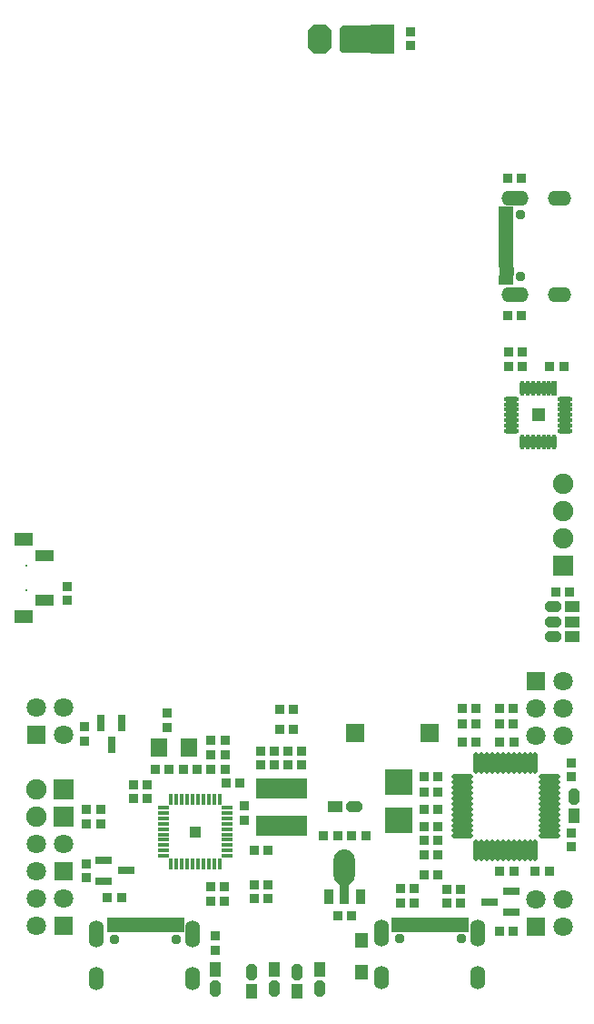
<source format=gts>
G04*
G04 #@! TF.GenerationSoftware,Altium Limited,Altium Designer,19.0.10 (269)*
G04*
G04 Layer_Color=8388736*
%FSLAX25Y25*%
%MOIN*%
G70*
G01*
G75*
%ADD58R,0.03162X0.05918*%
%ADD59R,0.03800X0.03800*%
%ADD60R,0.03800X0.03800*%
%ADD61R,0.06300X0.07000*%
%ADD62R,0.18517X0.07690*%
%ADD63R,0.05800X0.04300*%
G04:AMPARAMS|DCode=64|XSize=58mil|YSize=43mil|CornerRadius=0mil|HoleSize=0mil|Usage=FLASHONLY|Rotation=180.000|XOffset=0mil|YOffset=0mil|HoleType=Round|Shape=Octagon|*
%AMOCTAGOND64*
4,1,8,-0.02900,0.01075,-0.02900,-0.01075,-0.01825,-0.02150,0.01825,-0.02150,0.02900,-0.01075,0.02900,0.01075,0.01825,0.02150,-0.01825,0.02150,-0.02900,0.01075,0.0*
%
%ADD64OCTAGOND64*%

%ADD65R,0.06706X0.06706*%
%ADD66R,0.06706X0.06706*%
G04:AMPARAMS|DCode=67|XSize=58mil|YSize=43mil|CornerRadius=0mil|HoleSize=0mil|Usage=FLASHONLY|Rotation=270.000|XOffset=0mil|YOffset=0mil|HoleType=Round|Shape=Octagon|*
%AMOCTAGOND67*
4,1,8,-0.01075,-0.02900,0.01075,-0.02900,0.02150,-0.01825,0.02150,0.01825,0.01075,0.02900,-0.01075,0.02900,-0.02150,0.01825,-0.02150,-0.01825,-0.01075,-0.02900,0.0*
%
%ADD67OCTAGOND67*%

%ADD68R,0.04300X0.05800*%
%ADD69O,0.07887X0.01981*%
%ADD70O,0.01981X0.07887*%
%ADD71R,0.06706X0.05131*%
%ADD72R,0.06706X0.03950*%
%ADD73R,0.08800X0.10800*%
G04:AMPARAMS|DCode=74|XSize=88mil|YSize=108mil|CornerRadius=0mil|HoleSize=0mil|Usage=FLASHONLY|Rotation=180.000|XOffset=0mil|YOffset=0mil|HoleType=Round|Shape=Octagon|*
%AMOCTAGOND74*
4,1,8,0.02200,-0.05400,-0.02200,-0.05400,-0.04400,-0.03200,-0.04400,0.03200,-0.02200,0.05400,0.02200,0.05400,0.04400,0.03200,0.04400,-0.03200,0.02200,-0.05400,0.0*
%
%ADD74OCTAGOND74*%

%ADD75R,0.04337X0.04337*%
%ADD76O,0.04337X0.01581*%
%ADD77O,0.01581X0.04337*%
%ADD78R,0.01581X0.04337*%
%ADD79R,0.05918X0.03162*%
%ADD80R,0.10249X0.09461*%
%ADD81R,0.01981X0.05328*%
%ADD82R,0.01981X0.05328*%
%ADD83R,0.01980X0.05320*%
%ADD84R,0.01980X0.05320*%
%ADD85R,0.04737X0.04737*%
%ADD86R,0.01902X0.05524*%
%ADD87O,0.01902X0.05524*%
%ADD88O,0.05524X0.01902*%
%ADD89R,0.04737X0.05721*%
%ADD90R,0.05328X0.01981*%
%ADD91R,0.05328X0.01981*%
%ADD92R,0.05320X0.01980*%
%ADD93R,0.05320X0.01980*%
%ADD94O,0.07887X0.13300*%
%ADD95R,0.03400X0.05524*%
%ADD96R,0.03400X0.09068*%
%ADD97C,0.07099*%
%ADD98R,0.07099X0.07099*%
%ADD99C,0.07493*%
%ADD100R,0.07493X0.07493*%
%ADD101R,0.07493X0.07493*%
%ADD102C,0.00800*%
%ADD103R,0.07099X0.07099*%
%ADD104C,0.03753*%
%ADD105O,0.05524X0.08674*%
%ADD106O,0.05524X0.09855*%
%ADD107O,0.08674X0.05524*%
%ADD108O,0.09855X0.05524*%
G36*
X322025Y474275D02*
X322031Y464604D01*
X321678Y464250D01*
X303275Y464250D01*
X302550Y464975D01*
X302550Y473275D01*
X303550Y474275D01*
X322025Y474275D01*
D02*
G37*
D58*
X218583Y210354D02*
D03*
X214843Y218622D02*
D03*
X222323D02*
D03*
D59*
X328504Y466691D02*
D03*
Y471809D02*
D03*
X231869Y190669D02*
D03*
Y195787D02*
D03*
X226744Y190669D02*
D03*
Y195787D02*
D03*
X256750Y135213D02*
D03*
Y140331D02*
D03*
X238976Y216969D02*
D03*
Y222087D02*
D03*
X202375Y263357D02*
D03*
Y268475D02*
D03*
X387491Y198702D02*
D03*
Y203820D02*
D03*
X267250Y188074D02*
D03*
Y182955D02*
D03*
X273269Y208197D02*
D03*
Y203079D02*
D03*
X288519Y208197D02*
D03*
Y203079D02*
D03*
X278335Y203080D02*
D03*
Y208198D02*
D03*
X283393Y203082D02*
D03*
Y208200D02*
D03*
X387491Y178267D02*
D03*
Y173149D02*
D03*
X208662Y217047D02*
D03*
Y211929D02*
D03*
X209375Y166934D02*
D03*
Y161816D02*
D03*
D60*
X234724Y201625D02*
D03*
X239843D02*
D03*
X333291Y175463D02*
D03*
X338409D02*
D03*
X386809Y266625D02*
D03*
X381691D02*
D03*
X250059Y201625D02*
D03*
X244941D02*
D03*
X361210Y164250D02*
D03*
X366328D02*
D03*
X260316Y212000D02*
D03*
X255198D02*
D03*
X260316Y206813D02*
D03*
X255198D02*
D03*
X260316Y201625D02*
D03*
X255198D02*
D03*
X260039Y153307D02*
D03*
X254921D02*
D03*
X260039Y158425D02*
D03*
X254921D02*
D03*
X265809Y196500D02*
D03*
X260691D02*
D03*
X338408Y170250D02*
D03*
X333290D02*
D03*
X374202Y164249D02*
D03*
X379320D02*
D03*
X338408Y198702D02*
D03*
X333290D02*
D03*
X352548Y211500D02*
D03*
X347430D02*
D03*
X360923Y142250D02*
D03*
X366041D02*
D03*
X338407Y193177D02*
D03*
X333289D02*
D03*
X338407Y186718D02*
D03*
X333289D02*
D03*
X366266Y211501D02*
D03*
X361148D02*
D03*
X338408Y180587D02*
D03*
X333290D02*
D03*
X270941Y159213D02*
D03*
X276059D02*
D03*
X270941Y154125D02*
D03*
X276059D02*
D03*
X270941Y171865D02*
D03*
X276059D02*
D03*
X209514Y181625D02*
D03*
X214633D02*
D03*
Y186750D02*
D03*
X209514D02*
D03*
X280343Y223375D02*
D03*
X285461D02*
D03*
X280370Y216125D02*
D03*
X285488D02*
D03*
X366184Y218250D02*
D03*
X361066D02*
D03*
X366184Y223991D02*
D03*
X361066D02*
D03*
X352548Y223875D02*
D03*
X347430D02*
D03*
X352548Y218249D02*
D03*
X347430D02*
D03*
X346781Y152549D02*
D03*
X341663D02*
D03*
X333290Y162750D02*
D03*
X338408D02*
D03*
X384618Y349250D02*
D03*
X379500D02*
D03*
X346781Y157637D02*
D03*
X341663D02*
D03*
X329852Y152549D02*
D03*
X324734D02*
D03*
X324735Y157675D02*
D03*
X329853D02*
D03*
X222309Y154500D02*
D03*
X217191D02*
D03*
X364257Y354391D02*
D03*
X369375D02*
D03*
X364257Y349250D02*
D03*
X369375D02*
D03*
X369059Y418250D02*
D03*
X363941D02*
D03*
X296492Y177262D02*
D03*
X301611D02*
D03*
X306802Y177262D02*
D03*
X311920D02*
D03*
X306705Y147925D02*
D03*
X301587D02*
D03*
X363957Y367750D02*
D03*
X369075D02*
D03*
D61*
X247176Y209464D02*
D03*
X235955D02*
D03*
D62*
X280902Y194655D02*
D03*
Y180875D02*
D03*
D63*
X387750Y255625D02*
D03*
Y250000D02*
D03*
Y261250D02*
D03*
X300750Y187791D02*
D03*
D64*
X380750Y255625D02*
D03*
Y250000D02*
D03*
Y261250D02*
D03*
X307751Y187791D02*
D03*
D65*
X308125Y214676D02*
D03*
D66*
X335500D02*
D03*
D67*
X256776Y121212D02*
D03*
X270125Y127000D02*
D03*
X388224Y191500D02*
D03*
X278384Y121000D02*
D03*
X286642Y127000D02*
D03*
X294901Y121000D02*
D03*
D68*
X256776Y128212D02*
D03*
X270125Y120000D02*
D03*
X388224Y184501D02*
D03*
X278384Y128000D02*
D03*
X286642Y120000D02*
D03*
X294901Y128000D02*
D03*
D69*
X347430Y198702D02*
D03*
Y196733D02*
D03*
Y194765D02*
D03*
Y192796D02*
D03*
Y190828D02*
D03*
Y188859D02*
D03*
Y186891D02*
D03*
Y184922D02*
D03*
Y182954D02*
D03*
Y180985D02*
D03*
Y179017D02*
D03*
Y177048D02*
D03*
X379320D02*
D03*
Y179017D02*
D03*
Y180985D02*
D03*
Y182954D02*
D03*
Y184922D02*
D03*
Y186891D02*
D03*
Y188859D02*
D03*
Y190828D02*
D03*
Y192796D02*
D03*
Y194765D02*
D03*
Y196733D02*
D03*
Y198702D02*
D03*
D70*
X352548Y171930D02*
D03*
X354517D02*
D03*
X356485D02*
D03*
X358454D02*
D03*
X360422D02*
D03*
X362391D02*
D03*
X364359D02*
D03*
X366328D02*
D03*
X368296D02*
D03*
X370265D02*
D03*
X372233D02*
D03*
X374202D02*
D03*
Y203820D02*
D03*
X372233D02*
D03*
X370265D02*
D03*
X368296D02*
D03*
X366328D02*
D03*
X364359D02*
D03*
X362391D02*
D03*
X360422D02*
D03*
X358454D02*
D03*
X356485D02*
D03*
X354517D02*
D03*
X352548D02*
D03*
D71*
X186266Y285700D02*
D03*
Y257550D02*
D03*
D72*
X194140Y279893D02*
D03*
Y263357D02*
D03*
D73*
X318042Y469250D02*
D03*
D74*
X295208D02*
D03*
D75*
X249375Y178625D02*
D03*
D76*
X237564Y169767D02*
D03*
Y171735D02*
D03*
Y173704D02*
D03*
Y175672D02*
D03*
Y177641D02*
D03*
Y179609D02*
D03*
Y181578D02*
D03*
Y183546D02*
D03*
Y185515D02*
D03*
Y187483D02*
D03*
X261186D02*
D03*
Y185515D02*
D03*
Y183546D02*
D03*
Y181578D02*
D03*
Y179609D02*
D03*
Y177641D02*
D03*
Y175672D02*
D03*
Y173704D02*
D03*
Y171735D02*
D03*
Y169767D02*
D03*
D77*
X240517Y190536D02*
D03*
X242485D02*
D03*
X244454D02*
D03*
X246422D02*
D03*
X248391D02*
D03*
X250359D02*
D03*
X252328D02*
D03*
X254296D02*
D03*
X256265D02*
D03*
X258233D02*
D03*
Y166814D02*
D03*
X256265D02*
D03*
X254296D02*
D03*
X252328D02*
D03*
X250359D02*
D03*
X248391D02*
D03*
X246422D02*
D03*
X244454D02*
D03*
X242485D02*
D03*
D78*
X240517D02*
D03*
D79*
X365509Y149251D02*
D03*
Y156731D02*
D03*
X357241Y152991D02*
D03*
X215616Y168115D02*
D03*
Y160635D02*
D03*
X223884Y164375D02*
D03*
D80*
X323907Y196733D02*
D03*
Y182953D02*
D03*
D81*
X322492Y144607D02*
D03*
X325642Y144597D02*
D03*
X332728Y144607D02*
D03*
X336665D02*
D03*
X345721Y144614D02*
D03*
X348870Y144613D02*
D03*
X217905Y144363D02*
D03*
X221056Y144353D02*
D03*
X228141Y144363D02*
D03*
X232079D02*
D03*
X241134Y144369D02*
D03*
X244284Y144369D02*
D03*
D82*
X323673Y144607D02*
D03*
X326823Y144597D02*
D03*
X330760Y144613D02*
D03*
X334697D02*
D03*
X338634D02*
D03*
X342571D02*
D03*
X344538Y144613D02*
D03*
X347689Y144613D02*
D03*
X219086Y144363D02*
D03*
X222236Y144353D02*
D03*
X226173Y144369D02*
D03*
X230111D02*
D03*
X234048D02*
D03*
X237984D02*
D03*
X239952Y144369D02*
D03*
X243103Y144369D02*
D03*
D83*
X328791Y144613D02*
D03*
X224204Y144369D02*
D03*
D84*
X340601Y144613D02*
D03*
X236015Y144369D02*
D03*
D85*
X375250Y331375D02*
D03*
D86*
X381155Y341217D02*
D03*
D87*
X379187D02*
D03*
X377219D02*
D03*
X375250D02*
D03*
X373282D02*
D03*
X371313D02*
D03*
X369344D02*
D03*
Y321533D02*
D03*
X371313D02*
D03*
X373282D02*
D03*
X375250D02*
D03*
X377219D02*
D03*
X379187D02*
D03*
X381155D02*
D03*
D88*
X365407Y335312D02*
D03*
Y333344D02*
D03*
Y331375D02*
D03*
Y329406D02*
D03*
Y327438D02*
D03*
Y325469D02*
D03*
Y337281D02*
D03*
X385092Y325469D02*
D03*
Y327438D02*
D03*
Y329406D02*
D03*
Y331375D02*
D03*
Y333344D02*
D03*
Y335312D02*
D03*
Y337281D02*
D03*
D89*
X310250Y138807D02*
D03*
Y127193D02*
D03*
D90*
X363544Y380280D02*
D03*
X363553Y383431D02*
D03*
X363544Y390516D02*
D03*
Y394454D02*
D03*
X363537Y403509D02*
D03*
X363537Y406659D02*
D03*
D91*
X363544Y381461D02*
D03*
X363554Y384612D02*
D03*
X363538Y388548D02*
D03*
Y392486D02*
D03*
Y396423D02*
D03*
Y400359D02*
D03*
X363537Y402327D02*
D03*
X363538Y405478D02*
D03*
D92*
Y386579D02*
D03*
D93*
Y398390D02*
D03*
D94*
X304147Y165611D02*
D03*
D95*
X310053Y154807D02*
D03*
X298242D02*
D03*
D96*
X304147Y156500D02*
D03*
D97*
X384500Y213875D02*
D03*
X374500D02*
D03*
X384500Y223875D02*
D03*
X374500D02*
D03*
X384500Y233875D02*
D03*
X374500Y153750D02*
D03*
X384500Y143750D02*
D03*
Y153750D02*
D03*
X191000Y144250D02*
D03*
X201000Y154250D02*
D03*
X191000D02*
D03*
Y224250D02*
D03*
X201000Y214250D02*
D03*
Y224250D02*
D03*
X191000Y164125D02*
D03*
X201000Y174125D02*
D03*
X191000D02*
D03*
D98*
X374500Y233875D02*
D03*
X201000Y144250D02*
D03*
Y164125D02*
D03*
D99*
X191000Y184250D02*
D03*
Y194250D02*
D03*
X384500Y286000D02*
D03*
Y296000D02*
D03*
Y306000D02*
D03*
D100*
X201000Y184250D02*
D03*
Y194250D02*
D03*
D101*
X384500Y276000D02*
D03*
D102*
X187250Y267097D02*
D03*
Y276153D02*
D03*
D103*
X374500Y143750D02*
D03*
X191000Y214250D02*
D03*
D104*
X324303Y139495D02*
D03*
X347059D02*
D03*
X219717Y139251D02*
D03*
X242473D02*
D03*
X368655Y382091D02*
D03*
Y404847D02*
D03*
D105*
X317619Y125125D02*
D03*
X353053Y125125D02*
D03*
X213033Y124881D02*
D03*
X248466Y124881D02*
D03*
D106*
X353053Y141463D02*
D03*
X317620Y141464D02*
D03*
X248467Y141219D02*
D03*
X213034Y141219D02*
D03*
D107*
X383026Y375408D02*
D03*
X383026Y410841D02*
D03*
D108*
X366687Y410842D02*
D03*
X366687Y375409D02*
D03*
M02*

</source>
